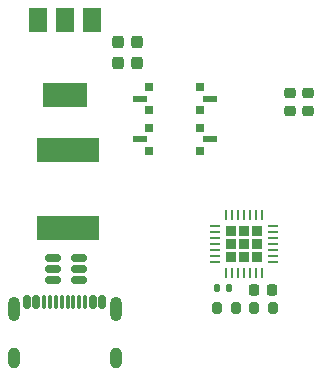
<source format=gbr>
%TF.GenerationSoftware,KiCad,Pcbnew,7.0.8*%
%TF.CreationDate,2024-03-19T19:35:36+01:00*%
%TF.ProjectId,neopixel_eliot_hat,6e656f70-6978-4656-9c5f-656c696f745f,rev?*%
%TF.SameCoordinates,Original*%
%TF.FileFunction,Paste,Bot*%
%TF.FilePolarity,Positive*%
%FSLAX46Y46*%
G04 Gerber Fmt 4.6, Leading zero omitted, Abs format (unit mm)*
G04 Created by KiCad (PCBNEW 7.0.8) date 2024-03-19 19:35:36*
%MOMM*%
%LPD*%
G01*
G04 APERTURE LIST*
G04 Aperture macros list*
%AMRoundRect*
0 Rectangle with rounded corners*
0 $1 Rounding radius*
0 $2 $3 $4 $5 $6 $7 $8 $9 X,Y pos of 4 corners*
0 Add a 4 corners polygon primitive as box body*
4,1,4,$2,$3,$4,$5,$6,$7,$8,$9,$2,$3,0*
0 Add four circle primitives for the rounded corners*
1,1,$1+$1,$2,$3*
1,1,$1+$1,$4,$5*
1,1,$1+$1,$6,$7*
1,1,$1+$1,$8,$9*
0 Add four rect primitives between the rounded corners*
20,1,$1+$1,$2,$3,$4,$5,0*
20,1,$1+$1,$4,$5,$6,$7,0*
20,1,$1+$1,$6,$7,$8,$9,0*
20,1,$1+$1,$8,$9,$2,$3,0*%
G04 Aperture macros list end*
%ADD10R,1.200000X0.500000*%
%ADD11R,0.700000X0.700000*%
%ADD12RoundRect,0.200000X-0.200000X-0.275000X0.200000X-0.275000X0.200000X0.275000X-0.200000X0.275000X0*%
%ADD13RoundRect,0.225000X-0.250000X0.225000X-0.250000X-0.225000X0.250000X-0.225000X0.250000X0.225000X0*%
%ADD14RoundRect,0.150000X0.150000X0.425000X-0.150000X0.425000X-0.150000X-0.425000X0.150000X-0.425000X0*%
%ADD15RoundRect,0.075000X0.075000X0.500000X-0.075000X0.500000X-0.075000X-0.500000X0.075000X-0.500000X0*%
%ADD16O,1.000000X1.800000*%
%ADD17O,1.000000X2.100000*%
%ADD18RoundRect,0.237500X-0.237500X0.300000X-0.237500X-0.300000X0.237500X-0.300000X0.237500X0.300000X0*%
%ADD19RoundRect,0.237500X0.237500X-0.300000X0.237500X0.300000X-0.237500X0.300000X-0.237500X-0.300000X0*%
%ADD20RoundRect,0.225000X-0.225000X-0.250000X0.225000X-0.250000X0.225000X0.250000X-0.225000X0.250000X0*%
%ADD21R,1.500000X2.000000*%
%ADD22R,3.800000X2.000000*%
%ADD23RoundRect,0.225000X0.225000X0.225000X-0.225000X0.225000X-0.225000X-0.225000X0.225000X-0.225000X0*%
%ADD24RoundRect,0.062500X0.337500X0.062500X-0.337500X0.062500X-0.337500X-0.062500X0.337500X-0.062500X0*%
%ADD25RoundRect,0.062500X0.062500X0.337500X-0.062500X0.337500X-0.062500X-0.337500X0.062500X-0.337500X0*%
%ADD26RoundRect,0.150000X-0.512500X-0.150000X0.512500X-0.150000X0.512500X0.150000X-0.512500X0.150000X0*%
%ADD27R,5.300000X2.000000*%
%ADD28RoundRect,0.135000X0.135000X0.185000X-0.135000X0.185000X-0.135000X-0.185000X0.135000X-0.185000X0*%
G04 APERTURE END LIST*
D10*
%TO.C,S2*%
X155475000Y-74500000D03*
X149575000Y-74500000D03*
D11*
X154675000Y-75500000D03*
X154675000Y-73500000D03*
X150375000Y-75500000D03*
X150375000Y-73500000D03*
%TD*%
D12*
%TO.C,R16*%
X159210000Y-88790000D03*
X160860000Y-88790000D03*
%TD*%
D10*
%TO.C,S1*%
X155475000Y-71050000D03*
X149575000Y-71050000D03*
D11*
X154675000Y-72050000D03*
X154675000Y-70050000D03*
X150375000Y-72050000D03*
X150375000Y-70050000D03*
%TD*%
D13*
%TO.C,C8*%
X162275000Y-70575000D03*
X162275000Y-72125000D03*
%TD*%
%TO.C,C9*%
X163775000Y-70575000D03*
X163775000Y-72125000D03*
%TD*%
D14*
%TO.C,J4*%
X146390000Y-88287500D03*
X145590000Y-88287500D03*
D15*
X144440000Y-88287500D03*
X143440000Y-88287500D03*
X142940000Y-88287500D03*
X141940000Y-88287500D03*
D14*
X140790000Y-88287500D03*
X139990000Y-88287500D03*
X139990000Y-88287500D03*
X140790000Y-88287500D03*
D15*
X141440000Y-88287500D03*
X142440000Y-88287500D03*
X143940000Y-88287500D03*
X144940000Y-88287500D03*
D14*
X145590000Y-88287500D03*
X146390000Y-88287500D03*
D16*
X147510000Y-93042500D03*
D17*
X147510000Y-88862500D03*
D16*
X138870000Y-93042500D03*
D17*
X138870000Y-88862500D03*
%TD*%
D18*
%TO.C,C13*%
X147725000Y-66287500D03*
X147725000Y-68012500D03*
%TD*%
D19*
%TO.C,C12*%
X149300000Y-68025000D03*
X149300000Y-66300000D03*
%TD*%
D12*
%TO.C,R12*%
X156085000Y-88790000D03*
X157735000Y-88790000D03*
%TD*%
D20*
%TO.C,C14*%
X159210000Y-87240000D03*
X160760000Y-87240000D03*
%TD*%
D21*
%TO.C,U2*%
X140950000Y-64425000D03*
X143250000Y-64425000D03*
D22*
X143250000Y-70725000D03*
D21*
X145550000Y-64425000D03*
%TD*%
D23*
%TO.C,U3*%
X159485000Y-84495000D03*
X159485000Y-83375000D03*
X159485000Y-82255000D03*
X158365000Y-84495000D03*
X158365000Y-83375000D03*
X158365000Y-82255000D03*
X157245000Y-84495000D03*
X157245000Y-83375000D03*
X157245000Y-82255000D03*
D24*
X160815000Y-81875000D03*
X160815000Y-82375000D03*
X160815000Y-82875000D03*
X160815000Y-83375000D03*
X160815000Y-83875000D03*
X160815000Y-84375000D03*
X160815000Y-84875000D03*
D25*
X159865000Y-85825000D03*
X159365000Y-85825000D03*
X158865000Y-85825000D03*
X158365000Y-85825000D03*
X157865000Y-85825000D03*
X157365000Y-85825000D03*
X156865000Y-85825000D03*
D24*
X155915000Y-84875000D03*
X155915000Y-84375000D03*
X155915000Y-83875000D03*
X155915000Y-83375000D03*
X155915000Y-82875000D03*
X155915000Y-82375000D03*
X155915000Y-81875000D03*
D25*
X156865000Y-80925000D03*
X157365000Y-80925000D03*
X157865000Y-80925000D03*
X158365000Y-80925000D03*
X158865000Y-80925000D03*
X159365000Y-80925000D03*
X159865000Y-80925000D03*
%TD*%
D26*
%TO.C,U4*%
X142175000Y-86425000D03*
X142175000Y-85475000D03*
X142175000Y-84525000D03*
X144450000Y-84525000D03*
X144450000Y-85475000D03*
X144450000Y-86425000D03*
%TD*%
D27*
%TO.C,F1*%
X143510000Y-82040000D03*
X143510000Y-75440000D03*
%TD*%
D28*
%TO.C,R19*%
X157120000Y-87050000D03*
X156100000Y-87050000D03*
%TD*%
M02*

</source>
